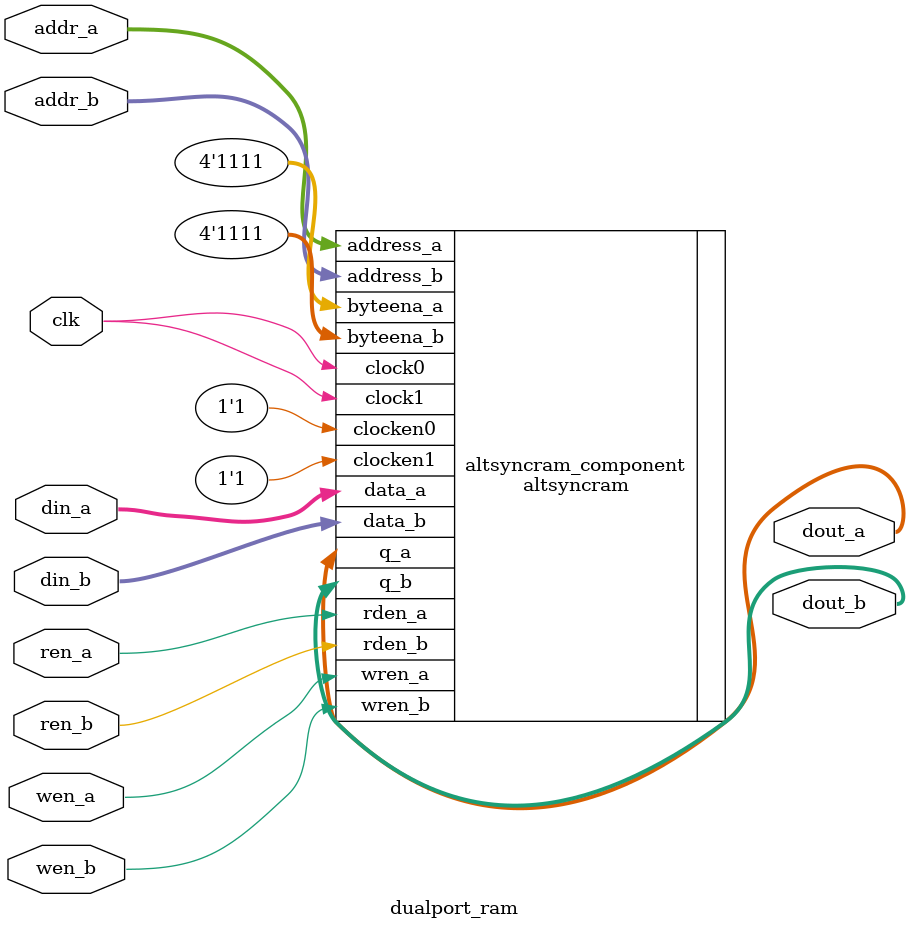
<source format=sv>


module dualport_ram (
	//ACTIVE high because that's what avalon gives us
	input  logic		clk   ,
	input  logic        wen_a , 
	input  logic        wen_b ,
	input  logic        ren_a ,
	input  logic        ren_b ,
	input  logic [31:0] din_a ,
	input  logic [31:0] din_b ,
	input  logic [15:0] addr_a,
	input  logic [15:0] addr_b,

	output logic [31:0] dout_a, //1 cycle later than wen_a
	output logic [31:0] dout_b //1 cycle later than wen_b
	//output logic        memwait //1 not done, 0 free
);
  parameter INIT_FILE = "nios_system_onchip_memory2_0.hex";
/*typedef enum logic {
    FREE,
    ACCESS
  } ramstate_t;

ramstate_t rstate, n_rstate;

always_ff @ (posedge clk) begin
	if (nRST == 1) begin
		rstate = FREE;		
	end
	else begin
		rstate = n_rstate;
	end
end

always_comb
	begin
		if ((ren_a | ren_b) & (rstate == FREE))
		begin
			n_rstate = ACCESS; //new mem request
		end
		else begin //ram takes 1 cycle to read a value, 0 to write
			n_rstate = FREE;
		end
	end

always_comb
    begin
    	if()
    end*/

  altsyncram altsyncram_component
    (
      .address_a (addr_a),
      .address_b (addr_b),
      .byteena_a (4'hF),
      .byteena_b (4'hF),
      .clock0 (clk),
      .clock1 (clk),
      .clocken0 (1'b1),
      .clocken1 (1'b1),
      .data_a (din_a),
      .data_b (din_b),
      .q_a (dout_a),
      .q_b (dout_b),
      .wren_a (wen_a),
      .wren_b (wen_b),
      .rden_a (ren_a),
      .rden_b (ren_b)
    );
  defparam altsyncram_component.address_reg_b = "CLOCK1",
           altsyncram_component.byte_size = 8,
           altsyncram_component.byteena_reg_b = "CLOCK1",
           altsyncram_component.indata_reg_b = "CLOCK1",
           altsyncram_component.init_file = INIT_FILE,
           altsyncram_component.lpm_type = "altsyncram",
           altsyncram_component.maximum_depth = 37500,
           altsyncram_component.numwords_a = 37500,
           altsyncram_component.numwords_b = 37500,
           altsyncram_component.operation_mode = "BIDIR_DUAL_PORT",
           altsyncram_component.outdata_reg_a = "UNREGISTERED",
           altsyncram_component.outdata_reg_b = "UNREGISTERED",
           altsyncram_component.ram_block_type = "M9K",
           altsyncram_component.read_during_write_mode_mixed_ports = "DONT_CARE",
           altsyncram_component.width_a = 32,
           altsyncram_component.width_b = 32,
           altsyncram_component.width_byteena_a = 4,
           altsyncram_component.width_byteena_b = 4,
           altsyncram_component.widthad_a = 16,
           altsyncram_component.widthad_b = 16,
           altsyncram_component.wrcontrol_wraddress_reg_b = "CLOCK1";


endmodule
</source>
